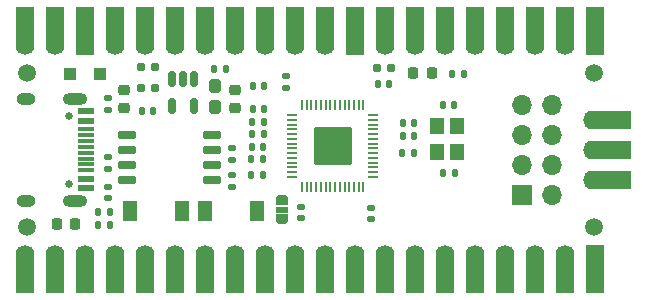
<source format=gbr>
%TF.GenerationSoftware,KiCad,Pcbnew,8.0.4*%
%TF.CreationDate,2024-08-30T02:08:09+05:30*%
%TF.ProjectId,Mitayi-Pico-RP2040,4d697461-7969-42d5-9069-636f2d525032,0.6*%
%TF.SameCoordinates,PX73df160PY5f2d3c0*%
%TF.FileFunction,Soldermask,Top*%
%TF.FilePolarity,Negative*%
%FSLAX46Y46*%
G04 Gerber Fmt 4.6, Leading zero omitted, Abs format (unit mm)*
G04 Created by KiCad (PCBNEW 8.0.4) date 2024-08-30 02:08:09*
%MOMM*%
%LPD*%
G01*
G04 APERTURE LIST*
G04 Aperture macros list*
%AMRoundRect*
0 Rectangle with rounded corners*
0 $1 Rounding radius*
0 $2 $3 $4 $5 $6 $7 $8 $9 X,Y pos of 4 corners*
0 Add a 4 corners polygon primitive as box body*
4,1,4,$2,$3,$4,$5,$6,$7,$8,$9,$2,$3,0*
0 Add four circle primitives for the rounded corners*
1,1,$1+$1,$2,$3*
1,1,$1+$1,$4,$5*
1,1,$1+$1,$6,$7*
1,1,$1+$1,$8,$9*
0 Add four rect primitives between the rounded corners*
20,1,$1+$1,$2,$3,$4,$5,0*
20,1,$1+$1,$4,$5,$6,$7,0*
20,1,$1+$1,$6,$7,$8,$9,0*
20,1,$1+$1,$8,$9,$2,$3,0*%
%AMFreePoly0*
4,1,15,-0.425000,0.160000,-0.413415,0.247998,-0.363512,0.355016,-0.280016,0.438512,-0.172998,0.488415,-0.085000,0.500000,0.425000,0.500000,0.425000,-0.500000,-0.085000,-0.500000,-0.172998,-0.488415,-0.280016,-0.438512,-0.363512,-0.355016,-0.413415,-0.247998,-0.425000,-0.160000,-0.425000,0.160000,-0.425000,0.160000,$1*%
%AMFreePoly1*
4,1,15,-0.425000,0.500000,0.085000,0.500000,0.172998,0.488415,0.280016,0.438512,0.363512,0.355016,0.413415,0.247998,0.425000,0.160000,0.425000,-0.160000,0.413415,-0.247998,0.363512,-0.355016,0.280016,-0.438512,0.172998,-0.488415,0.085000,-0.500000,-0.425000,-0.500000,-0.425000,0.500000,-0.425000,0.500000,$1*%
G04 Aperture macros list end*
%ADD10RoundRect,0.160000X-0.197500X-0.160000X0.197500X-0.160000X0.197500X0.160000X-0.197500X0.160000X0*%
%ADD11RoundRect,0.218750X0.218750X0.256250X-0.218750X0.256250X-0.218750X-0.256250X0.218750X-0.256250X0*%
%ADD12RoundRect,0.140000X0.140000X0.170000X-0.140000X0.170000X-0.140000X-0.170000X0.140000X-0.170000X0*%
%ADD13RoundRect,0.140000X-0.170000X0.140000X-0.170000X-0.140000X0.170000X-0.140000X0.170000X0.140000X0*%
%ADD14RoundRect,0.225000X-0.250000X0.225000X-0.250000X-0.225000X0.250000X-0.225000X0.250000X0.225000X0*%
%ADD15RoundRect,0.135000X-0.185000X0.135000X-0.185000X-0.135000X0.185000X-0.135000X0.185000X0.135000X0*%
%ADD16RoundRect,0.135000X0.135000X0.185000X-0.135000X0.185000X-0.135000X-0.185000X0.135000X-0.185000X0*%
%ADD17C,1.500000*%
%ADD18RoundRect,0.135000X-0.135000X-0.185000X0.135000X-0.185000X0.135000X0.185000X-0.135000X0.185000X0*%
%ADD19RoundRect,0.140000X0.170000X-0.140000X0.170000X0.140000X-0.170000X0.140000X-0.170000X-0.140000X0*%
%ADD20RoundRect,0.050000X0.050000X-0.387500X0.050000X0.387500X-0.050000X0.387500X-0.050000X-0.387500X0*%
%ADD21RoundRect,0.050000X0.387500X-0.050000X0.387500X0.050000X-0.387500X0.050000X-0.387500X-0.050000X0*%
%ADD22RoundRect,0.144000X1.456000X-1.456000X1.456000X1.456000X-1.456000X1.456000X-1.456000X-1.456000X0*%
%ADD23RoundRect,0.140000X-0.140000X-0.170000X0.140000X-0.170000X0.140000X0.170000X-0.140000X0.170000X0*%
%ADD24RoundRect,0.150000X0.650000X0.150000X-0.650000X0.150000X-0.650000X-0.150000X0.650000X-0.150000X0*%
%ADD25R,3.200000X1.600000*%
%ADD26O,1.700000X1.600000*%
%ADD27RoundRect,0.160000X0.197500X0.160000X-0.197500X0.160000X-0.197500X-0.160000X0.197500X-0.160000X0*%
%ADD28RoundRect,0.225000X0.250000X-0.225000X0.250000X0.225000X-0.250000X0.225000X-0.250000X-0.225000X0*%
%ADD29C,0.650000*%
%ADD30R,1.450000X0.600000*%
%ADD31R,1.450000X0.300000*%
%ADD32O,2.100000X1.000000*%
%ADD33O,1.600000X1.000000*%
%ADD34FreePoly0,270.000000*%
%ADD35R,1.000000X0.500000*%
%ADD36FreePoly1,270.000000*%
%ADD37R,1.200000X1.400000*%
%ADD38R,1.000000X1.000000*%
%ADD39R,1.150000X1.700000*%
%ADD40R,1.600000X3.200000*%
%ADD41O,1.600000X1.700000*%
%ADD42R,1.600000X1.700000*%
%ADD43RoundRect,0.250000X0.275000X-0.312500X0.275000X0.312500X-0.275000X0.312500X-0.275000X-0.312500X0*%
%ADD44RoundRect,0.135000X0.185000X-0.135000X0.185000X0.135000X-0.185000X0.135000X-0.185000X-0.135000X0*%
%ADD45RoundRect,0.150000X-0.150000X0.512500X-0.150000X-0.512500X0.150000X-0.512500X0.150000X0.512500X0*%
%ADD46R,1.700000X1.700000*%
%ADD47O,1.700000X1.700000*%
G04 APERTURE END LIST*
D10*
X31112500Y17400000D03*
X32307500Y17400000D03*
D11*
X35737500Y17030000D03*
X34162500Y17030000D03*
D12*
X37700000Y8510000D03*
X36740000Y8510000D03*
D13*
X24670000Y5670000D03*
X24670000Y4710000D03*
D14*
X9710000Y15585000D03*
X9710000Y14035000D03*
D13*
X30600000Y5560000D03*
X30600000Y4600000D03*
D12*
X21550000Y15905000D03*
X20590000Y15905000D03*
X8490000Y5240000D03*
X7530000Y5240000D03*
D15*
X18830000Y8360000D03*
X18830000Y7340000D03*
D16*
X38480000Y16960000D03*
X37460000Y16960000D03*
D17*
X49510000Y17000000D03*
D18*
X33270000Y10220000D03*
X34290000Y10220000D03*
D19*
X23370000Y15750000D03*
X23370000Y16710000D03*
D20*
X24770000Y7382500D03*
X25170000Y7382500D03*
X25570000Y7382500D03*
X25970000Y7382500D03*
X26370000Y7382500D03*
X26770000Y7382500D03*
X27170000Y7382500D03*
X27570000Y7382500D03*
X27970000Y7382500D03*
X28370000Y7382500D03*
X28770000Y7382500D03*
X29170000Y7382500D03*
X29570000Y7382500D03*
X29970000Y7382500D03*
D21*
X30807500Y8220000D03*
X30807500Y8620000D03*
X30807500Y9020000D03*
X30807500Y9420000D03*
X30807500Y9820000D03*
X30807500Y10220000D03*
X30807500Y10620000D03*
X30807500Y11020000D03*
X30807500Y11420000D03*
X30807500Y11820000D03*
X30807500Y12220000D03*
X30807500Y12620000D03*
X30807500Y13020000D03*
X30807500Y13420000D03*
D20*
X29970000Y14257500D03*
X29570000Y14257500D03*
X29170000Y14257500D03*
X28770000Y14257500D03*
X28370000Y14257500D03*
X27970000Y14257500D03*
X27570000Y14257500D03*
X27170000Y14257500D03*
X26770000Y14257500D03*
X26370000Y14257500D03*
X25970000Y14257500D03*
X25570000Y14257500D03*
X25170000Y14257500D03*
X24770000Y14257500D03*
D21*
X23932500Y13420000D03*
X23932500Y13020000D03*
X23932500Y12620000D03*
X23932500Y12220000D03*
X23932500Y11820000D03*
X23932500Y11420000D03*
X23932500Y11020000D03*
X23932500Y10620000D03*
X23932500Y10220000D03*
X23932500Y9820000D03*
X23932500Y9420000D03*
X23932500Y9020000D03*
X23932500Y8620000D03*
X23932500Y8220000D03*
D22*
X27370000Y10820000D03*
D18*
X20540000Y11825000D03*
X21560000Y11825000D03*
D23*
X33290000Y12750000D03*
X34250000Y12750000D03*
D24*
X17150000Y7955000D03*
X17150000Y9225000D03*
X17150000Y10495000D03*
X17150000Y11765000D03*
X9950000Y11765000D03*
X9950000Y10495000D03*
X9950000Y9225000D03*
X9950000Y7955000D03*
D12*
X21455000Y10720000D03*
X20495000Y10720000D03*
D15*
X18830000Y10690000D03*
X18830000Y9670000D03*
D12*
X21540000Y13930000D03*
X20580000Y13930000D03*
D19*
X8300000Y6430000D03*
X8300000Y7390000D03*
D25*
X51010000Y7950000D03*
D26*
X49400000Y7950000D03*
D25*
X51010000Y10490000D03*
D26*
X49400000Y10490000D03*
D25*
X51010000Y13030000D03*
D26*
X49400000Y13030000D03*
D27*
X12347500Y17500000D03*
X11152500Y17500000D03*
D18*
X17300000Y17300000D03*
X18320000Y17300000D03*
D12*
X34260000Y11630000D03*
X33300000Y11630000D03*
D23*
X31210000Y16100000D03*
X32170000Y16100000D03*
D28*
X19080000Y14015000D03*
X19080000Y15565000D03*
D17*
X49510000Y4000000D03*
D29*
X5030000Y13400000D03*
X5030000Y7620000D03*
D30*
X6475000Y13760000D03*
X6475000Y12960000D03*
D31*
X6475000Y11760000D03*
X6475000Y10760000D03*
X6475000Y10260000D03*
X6475000Y9260000D03*
D30*
X6475000Y8060000D03*
X6475000Y7260000D03*
X6475000Y7260000D03*
X6475000Y8060000D03*
D31*
X6475000Y8760000D03*
X6475000Y9760000D03*
X6475000Y11260000D03*
X6475000Y12260000D03*
D30*
X6475000Y12960000D03*
X6475000Y13760000D03*
D32*
X5560000Y14830000D03*
D33*
X1380000Y14830000D03*
D32*
X5560000Y6190000D03*
D33*
X1380000Y6190000D03*
D34*
X23035000Y6265000D03*
D35*
X23035000Y5435000D03*
D36*
X23035000Y4605000D03*
D12*
X12160000Y13760000D03*
X11200000Y13760000D03*
D10*
X11152500Y15750000D03*
X12347500Y15750000D03*
D15*
X8300000Y9860000D03*
X8300000Y8840000D03*
D37*
X37900000Y10330000D03*
X37900000Y12530000D03*
X36200000Y12530000D03*
X36200000Y10330000D03*
D16*
X8490000Y4170000D03*
X7470000Y4170000D03*
D38*
X7650000Y16900000D03*
X5150000Y16900000D03*
D11*
X5587500Y4200000D03*
X4012500Y4200000D03*
D17*
X1510000Y17000000D03*
X1510000Y4000000D03*
D39*
X10225000Y5300000D03*
X14575000Y5300000D03*
D23*
X36710000Y14330000D03*
X37670000Y14330000D03*
D12*
X21450000Y9720000D03*
X20490000Y9720000D03*
D18*
X20540000Y12825000D03*
X21560000Y12825000D03*
D40*
X1300000Y-10000D03*
D41*
X1300000Y1600000D03*
D40*
X3840000Y-10000D03*
D41*
X3840000Y1600000D03*
D40*
X6380000Y-10000D03*
D41*
X6380000Y1600000D03*
D40*
X8920000Y-10000D03*
D41*
X8920000Y1600000D03*
D40*
X11460000Y-10000D03*
D41*
X11460000Y1600000D03*
D40*
X14000000Y-10000D03*
D41*
X14000000Y1600000D03*
D40*
X16540000Y-10000D03*
D41*
X16540000Y1600000D03*
D40*
X19080000Y-10000D03*
D41*
X19080000Y1600000D03*
D40*
X21620000Y-10000D03*
D41*
X21620000Y1600000D03*
D40*
X24160000Y-10000D03*
D41*
X24160000Y1600000D03*
D40*
X26700000Y-10000D03*
D41*
X26700000Y1600000D03*
D40*
X29240000Y-10000D03*
D41*
X29240000Y1600000D03*
D40*
X31780000Y-10000D03*
D41*
X31780000Y1600000D03*
D40*
X34320000Y-10000D03*
D41*
X34320000Y1600000D03*
D40*
X36860000Y-10000D03*
D41*
X36860000Y1600000D03*
D40*
X39400000Y-10000D03*
D41*
X39400000Y1600000D03*
D40*
X41940000Y-10000D03*
D41*
X41940000Y1600000D03*
D40*
X44480000Y-10000D03*
D41*
X44480000Y1600000D03*
D40*
X47020000Y-10000D03*
D41*
X47020000Y1600000D03*
D40*
X49560000Y-10000D03*
D42*
X49560000Y1600000D03*
D43*
X17400000Y14147500D03*
X17400000Y15922500D03*
D44*
X8300000Y13890000D03*
X8300000Y14910000D03*
D45*
X15620000Y16487500D03*
X14670000Y16487500D03*
X13720000Y16487500D03*
X13720000Y14212500D03*
X15620000Y14212500D03*
D18*
X20460000Y8330000D03*
X21480000Y8330000D03*
D39*
X20940000Y5285000D03*
X16590000Y5285000D03*
D46*
X43400000Y6675000D03*
D47*
X45940000Y6675000D03*
X43400000Y9215000D03*
X45940000Y9215000D03*
X43400000Y11755000D03*
X45940000Y11755000D03*
X43400000Y14295000D03*
X45940000Y14295000D03*
D40*
X1300000Y21010000D03*
D41*
X1300000Y19400000D03*
D40*
X3840000Y21010000D03*
D41*
X3840000Y19400000D03*
D40*
X6380000Y21010000D03*
D42*
X6380000Y19400000D03*
D40*
X8920000Y21010000D03*
D41*
X8920000Y19400000D03*
D40*
X11460000Y21010000D03*
D41*
X11460000Y19400000D03*
D40*
X14000000Y21010000D03*
D41*
X14000000Y19400000D03*
D40*
X16540000Y21010000D03*
D41*
X16540000Y19400000D03*
D40*
X19080000Y21010000D03*
D41*
X19080000Y19400000D03*
D40*
X21620000Y21010000D03*
D41*
X21620000Y19400000D03*
D40*
X24160000Y21010000D03*
D41*
X24160000Y19400000D03*
D40*
X26700000Y21010000D03*
D41*
X26700000Y19400000D03*
D40*
X29240000Y21010000D03*
D42*
X29240000Y19400000D03*
D40*
X31780000Y21010000D03*
D41*
X31780000Y19400000D03*
D40*
X34320000Y21010000D03*
D41*
X34320000Y19400000D03*
D40*
X36860000Y21010000D03*
D41*
X36860000Y19400000D03*
D40*
X39400000Y21010000D03*
D41*
X39400000Y19400000D03*
D40*
X41940000Y21010000D03*
D41*
X41940000Y19400000D03*
D40*
X44480000Y21010000D03*
D41*
X44480000Y19400000D03*
D40*
X47020000Y21010000D03*
D41*
X47020000Y19400000D03*
D40*
X49560000Y21010000D03*
D42*
X49560000Y19400000D03*
M02*

</source>
